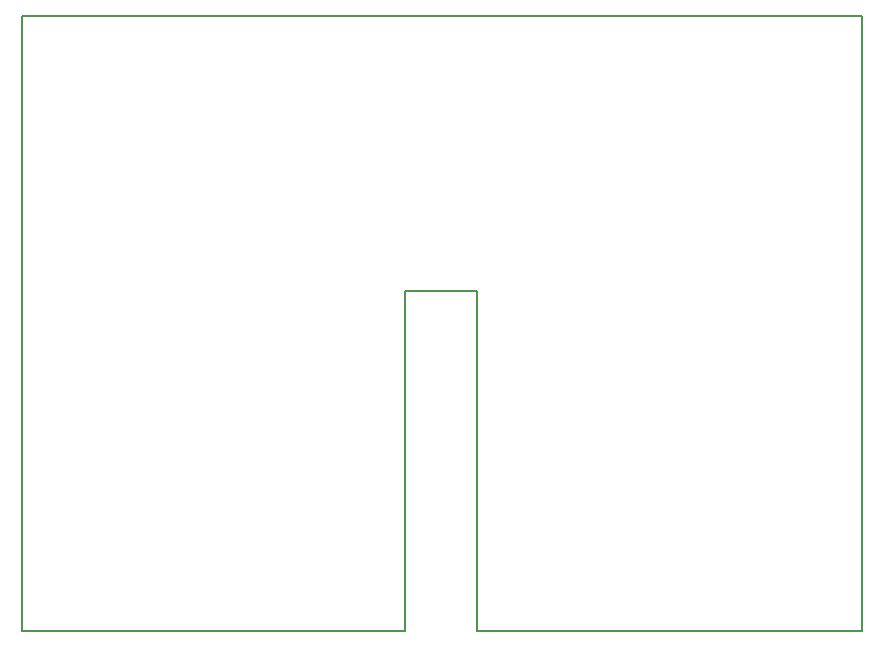
<source format=gbr>
%FSLAX34Y34*%
G04 Gerber Fmt 3.4, Leading zero omitted, Abs format*
G04 (created by PCBNEW (2014-03-13 BZR 4745)-product) date Fri Apr 11 13:45:18 2014*
%MOIN*%
G01*
G70*
G90*
G04 APERTURE LIST*
%ADD10C,0.005906*%
%ADD11C,0.007874*%
G04 APERTURE END LIST*
G54D10*
G54D11*
X52650Y-39500D02*
X65500Y-39500D01*
X52650Y-28150D02*
X50250Y-28150D01*
X52650Y-28150D02*
X52650Y-28250D01*
X37500Y-39500D02*
X50250Y-39500D01*
X37500Y-19000D02*
X37500Y-39500D01*
X65500Y-19000D02*
X37500Y-19000D01*
X65500Y-39500D02*
X65500Y-19000D01*
X52650Y-28200D02*
X52650Y-39500D01*
X50250Y-39500D02*
X50250Y-28150D01*
M02*

</source>
